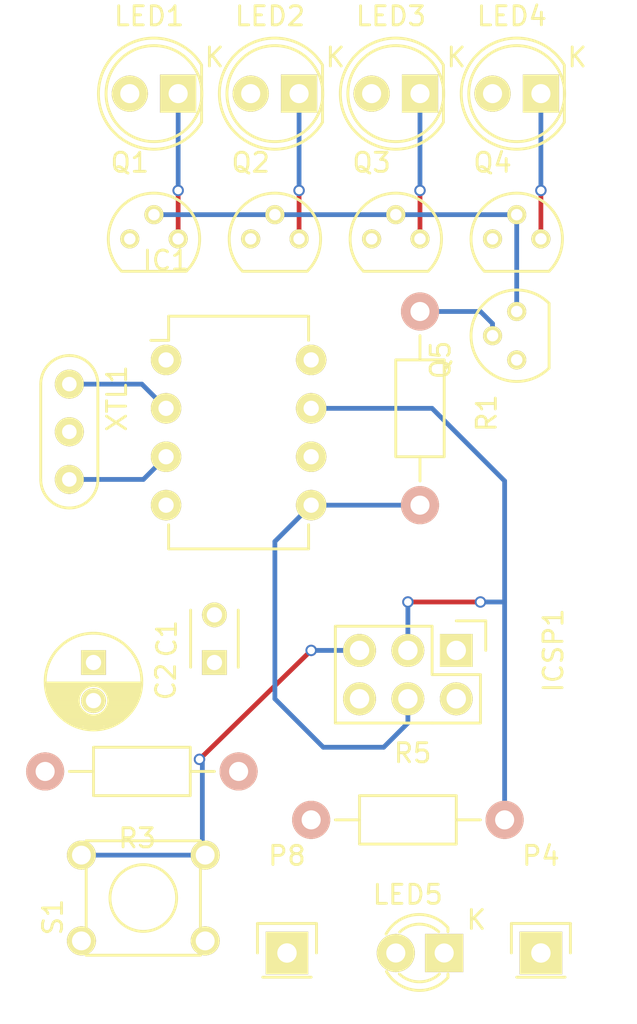
<source format=kicad_pcb>
(kicad_pcb (version 4) (host pcbnew 4.0.2-stable)

  (general
    (links 43)
    (no_connects 28)
    (area 0 0 0 0)
    (thickness 1.6)
    (drawings 0)
    (tracks 44)
    (zones 0)
    (modules 21)
    (nets 16)
  )

  (page A4)
  (layers
    (0 F.Cu signal)
    (31 B.Cu signal)
    (32 B.Adhes user)
    (33 F.Adhes user)
    (34 B.Paste user)
    (35 F.Paste user)
    (36 B.SilkS user)
    (37 F.SilkS user)
    (38 B.Mask user)
    (39 F.Mask user)
    (40 Dwgs.User user)
    (41 Cmts.User user)
    (42 Eco1.User user)
    (43 Eco2.User user)
    (44 Edge.Cuts user)
    (45 Margin user)
    (46 B.CrtYd user)
    (47 F.CrtYd user)
    (48 B.Fab user)
    (49 F.Fab user)
  )

  (setup
    (last_trace_width 0.25)
    (trace_clearance 0.2)
    (zone_clearance 0.508)
    (zone_45_only no)
    (trace_min 0.2)
    (segment_width 0.2)
    (edge_width 0.15)
    (via_size 0.6)
    (via_drill 0.4)
    (via_min_size 0.4)
    (via_min_drill 0.3)
    (uvia_size 0.3)
    (uvia_drill 0.1)
    (uvias_allowed no)
    (uvia_min_size 0.2)
    (uvia_min_drill 0.1)
    (pcb_text_width 0.3)
    (pcb_text_size 1.5 1.5)
    (mod_edge_width 0.15)
    (mod_text_size 1 1)
    (mod_text_width 0.15)
    (pad_size 1.524 1.524)
    (pad_drill 0.762)
    (pad_to_mask_clearance 0.2)
    (aux_axis_origin 0 0)
    (visible_elements 7FFFFFFF)
    (pcbplotparams
      (layerselection 0x00030_80000001)
      (usegerberextensions false)
      (excludeedgelayer true)
      (linewidth 0.100000)
      (plotframeref false)
      (viasonmask false)
      (mode 1)
      (useauxorigin false)
      (hpglpennumber 1)
      (hpglpenspeed 20)
      (hpglpendiameter 15)
      (hpglpenoverlay 2)
      (psnegative false)
      (psa4output false)
      (plotreference true)
      (plotvalue true)
      (plotinvisibletext false)
      (padsonsilk false)
      (subtractmaskfromsilk false)
      (outputformat 1)
      (mirror false)
      (drillshape 1)
      (scaleselection 1)
      (outputdirectory ""))
  )

  (net 0 "")
  (net 1 VCC)
  (net 2 GND)
  (net 3 PB5)
  (net 4 PB3)
  (net 5 PB4)
  (net 6 PB0)
  (net 7 PB1)
  (net 8 PB2)
  (net 9 "Net-(LED1-Pad1)")
  (net 10 "Net-(LED2-Pad1)")
  (net 11 "Net-(LED3-Pad1)")
  (net 12 "Net-(LED4-Pad1)")
  (net 13 "Net-(LED5-Pad1)")
  (net 14 4xQ)
  (net 15 "Net-(Q5-Pad2)")

  (net_class Default "This is the default net class."
    (clearance 0.2)
    (trace_width 0.25)
    (via_dia 0.6)
    (via_drill 0.4)
    (uvia_dia 0.3)
    (uvia_drill 0.1)
    (add_net 4xQ)
    (add_net GND)
    (add_net "Net-(LED1-Pad1)")
    (add_net "Net-(LED2-Pad1)")
    (add_net "Net-(LED3-Pad1)")
    (add_net "Net-(LED4-Pad1)")
    (add_net "Net-(LED5-Pad1)")
    (add_net "Net-(Q5-Pad2)")
    (add_net PB0)
    (add_net PB1)
    (add_net PB2)
    (add_net PB3)
    (add_net PB4)
    (add_net PB5)
    (add_net VCC)
  )

  (module Capacitors_ThroughHole:C_Disc_D3_P2.5 (layer F.Cu) (tedit 0) (tstamp 57584DD7)
    (at 161.29 104.14 90)
    (descr "Capacitor 3mm Disc, Pitch 2.5mm")
    (tags Capacitor)
    (path /5757FD29)
    (fp_text reference C1 (at 1.25 -2.5 90) (layer F.SilkS)
      (effects (font (size 1 1) (thickness 0.15)))
    )
    (fp_text value 399-4151-ND (at 1.25 2.5 90) (layer F.Fab)
      (effects (font (size 1 1) (thickness 0.15)))
    )
    (fp_line (start -0.9 -1.5) (end 3.4 -1.5) (layer F.CrtYd) (width 0.05))
    (fp_line (start 3.4 -1.5) (end 3.4 1.5) (layer F.CrtYd) (width 0.05))
    (fp_line (start 3.4 1.5) (end -0.9 1.5) (layer F.CrtYd) (width 0.05))
    (fp_line (start -0.9 1.5) (end -0.9 -1.5) (layer F.CrtYd) (width 0.05))
    (fp_line (start -0.25 -1.25) (end 2.75 -1.25) (layer F.SilkS) (width 0.15))
    (fp_line (start 2.75 1.25) (end -0.25 1.25) (layer F.SilkS) (width 0.15))
    (pad 1 thru_hole rect (at 0 0 90) (size 1.3 1.3) (drill 0.8) (layers *.Cu *.Mask F.SilkS)
      (net 1 VCC))
    (pad 2 thru_hole circle (at 2.5 0 90) (size 1.3 1.3) (drill 0.8001) (layers *.Cu *.Mask F.SilkS)
      (net 2 GND))
    (model Capacitors_ThroughHole.3dshapes/C_Disc_D3_P2.5.wrl
      (at (xyz 0.0492126 0 0))
      (scale (xyz 1 1 1))
      (rotate (xyz 0 0 0))
    )
  )

  (module Capacitors_ThroughHole:C_Radial_D5_L11_P2 (layer F.Cu) (tedit 0) (tstamp 57584DDD)
    (at 154.94 104.14 270)
    (descr "Radial Electrolytic Capacitor 5mm x Length 11mm, Pitch 2mm")
    (tags "Electrolytic Capacitor")
    (path /5757FCDE)
    (fp_text reference C2 (at 1 -3.8 270) (layer F.SilkS)
      (effects (font (size 1 1) (thickness 0.15)))
    )
    (fp_text value 493-1004-ND (at 1 3.8 270) (layer F.Fab)
      (effects (font (size 1 1) (thickness 0.15)))
    )
    (fp_line (start 1.075 -2.499) (end 1.075 2.499) (layer F.SilkS) (width 0.15))
    (fp_line (start 1.215 -2.491) (end 1.215 -0.154) (layer F.SilkS) (width 0.15))
    (fp_line (start 1.215 0.154) (end 1.215 2.491) (layer F.SilkS) (width 0.15))
    (fp_line (start 1.355 -2.475) (end 1.355 -0.473) (layer F.SilkS) (width 0.15))
    (fp_line (start 1.355 0.473) (end 1.355 2.475) (layer F.SilkS) (width 0.15))
    (fp_line (start 1.495 -2.451) (end 1.495 -0.62) (layer F.SilkS) (width 0.15))
    (fp_line (start 1.495 0.62) (end 1.495 2.451) (layer F.SilkS) (width 0.15))
    (fp_line (start 1.635 -2.418) (end 1.635 -0.712) (layer F.SilkS) (width 0.15))
    (fp_line (start 1.635 0.712) (end 1.635 2.418) (layer F.SilkS) (width 0.15))
    (fp_line (start 1.775 -2.377) (end 1.775 -0.768) (layer F.SilkS) (width 0.15))
    (fp_line (start 1.775 0.768) (end 1.775 2.377) (layer F.SilkS) (width 0.15))
    (fp_line (start 1.915 -2.327) (end 1.915 -0.795) (layer F.SilkS) (width 0.15))
    (fp_line (start 1.915 0.795) (end 1.915 2.327) (layer F.SilkS) (width 0.15))
    (fp_line (start 2.055 -2.266) (end 2.055 -0.798) (layer F.SilkS) (width 0.15))
    (fp_line (start 2.055 0.798) (end 2.055 2.266) (layer F.SilkS) (width 0.15))
    (fp_line (start 2.195 -2.196) (end 2.195 -0.776) (layer F.SilkS) (width 0.15))
    (fp_line (start 2.195 0.776) (end 2.195 2.196) (layer F.SilkS) (width 0.15))
    (fp_line (start 2.335 -2.114) (end 2.335 -0.726) (layer F.SilkS) (width 0.15))
    (fp_line (start 2.335 0.726) (end 2.335 2.114) (layer F.SilkS) (width 0.15))
    (fp_line (start 2.475 -2.019) (end 2.475 -0.644) (layer F.SilkS) (width 0.15))
    (fp_line (start 2.475 0.644) (end 2.475 2.019) (layer F.SilkS) (width 0.15))
    (fp_line (start 2.615 -1.908) (end 2.615 -0.512) (layer F.SilkS) (width 0.15))
    (fp_line (start 2.615 0.512) (end 2.615 1.908) (layer F.SilkS) (width 0.15))
    (fp_line (start 2.755 -1.78) (end 2.755 -0.265) (layer F.SilkS) (width 0.15))
    (fp_line (start 2.755 0.265) (end 2.755 1.78) (layer F.SilkS) (width 0.15))
    (fp_line (start 2.895 -1.631) (end 2.895 1.631) (layer F.SilkS) (width 0.15))
    (fp_line (start 3.035 -1.452) (end 3.035 1.452) (layer F.SilkS) (width 0.15))
    (fp_line (start 3.175 -1.233) (end 3.175 1.233) (layer F.SilkS) (width 0.15))
    (fp_line (start 3.315 -0.944) (end 3.315 0.944) (layer F.SilkS) (width 0.15))
    (fp_line (start 3.455 -0.472) (end 3.455 0.472) (layer F.SilkS) (width 0.15))
    (fp_circle (center 2 0) (end 2 -0.8) (layer F.SilkS) (width 0.15))
    (fp_circle (center 1 0) (end 1 -2.5375) (layer F.SilkS) (width 0.15))
    (fp_circle (center 1 0) (end 1 -2.8) (layer F.CrtYd) (width 0.05))
    (pad 1 thru_hole rect (at 0 0 270) (size 1.3 1.3) (drill 0.8) (layers *.Cu *.Mask F.SilkS)
      (net 1 VCC))
    (pad 2 thru_hole circle (at 2 0 270) (size 1.3 1.3) (drill 0.8) (layers *.Cu *.Mask F.SilkS)
      (net 2 GND))
    (model Capacitors_ThroughHole.3dshapes/C_Radial_D5_L11_P2.wrl
      (at (xyz 0 0 0))
      (scale (xyz 1 1 1))
      (rotate (xyz 0 0 0))
    )
  )

  (module Housings_DIP:DIP-8_W7.62mm (layer F.Cu) (tedit 54130A77) (tstamp 57584DE9)
    (at 158.75 88.265)
    (descr "8-lead dip package, row spacing 7.62 mm (300 mils)")
    (tags "dil dip 2.54 300")
    (path /5757DE52)
    (fp_text reference IC1 (at 0 -5.22) (layer F.SilkS)
      (effects (font (size 1 1) (thickness 0.15)))
    )
    (fp_text value ATTINY85V-10PU-ND (at 0 -3.72) (layer F.Fab)
      (effects (font (size 1 1) (thickness 0.15)))
    )
    (fp_line (start -1.05 -2.45) (end -1.05 10.1) (layer F.CrtYd) (width 0.05))
    (fp_line (start 8.65 -2.45) (end 8.65 10.1) (layer F.CrtYd) (width 0.05))
    (fp_line (start -1.05 -2.45) (end 8.65 -2.45) (layer F.CrtYd) (width 0.05))
    (fp_line (start -1.05 10.1) (end 8.65 10.1) (layer F.CrtYd) (width 0.05))
    (fp_line (start 0.135 -2.295) (end 0.135 -1.025) (layer F.SilkS) (width 0.15))
    (fp_line (start 7.485 -2.295) (end 7.485 -1.025) (layer F.SilkS) (width 0.15))
    (fp_line (start 7.485 9.915) (end 7.485 8.645) (layer F.SilkS) (width 0.15))
    (fp_line (start 0.135 9.915) (end 0.135 8.645) (layer F.SilkS) (width 0.15))
    (fp_line (start 0.135 -2.295) (end 7.485 -2.295) (layer F.SilkS) (width 0.15))
    (fp_line (start 0.135 9.915) (end 7.485 9.915) (layer F.SilkS) (width 0.15))
    (fp_line (start 0.135 -1.025) (end -0.8 -1.025) (layer F.SilkS) (width 0.15))
    (pad 1 thru_hole oval (at 0 0) (size 1.6 1.6) (drill 0.8) (layers *.Cu *.Mask F.SilkS)
      (net 3 PB5))
    (pad 2 thru_hole oval (at 0 2.54) (size 1.6 1.6) (drill 0.8) (layers *.Cu *.Mask F.SilkS)
      (net 4 PB3))
    (pad 3 thru_hole oval (at 0 5.08) (size 1.6 1.6) (drill 0.8) (layers *.Cu *.Mask F.SilkS)
      (net 5 PB4))
    (pad 4 thru_hole oval (at 0 7.62) (size 1.6 1.6) (drill 0.8) (layers *.Cu *.Mask F.SilkS)
      (net 2 GND))
    (pad 5 thru_hole oval (at 7.62 7.62) (size 1.6 1.6) (drill 0.8) (layers *.Cu *.Mask F.SilkS)
      (net 6 PB0))
    (pad 6 thru_hole oval (at 7.62 5.08) (size 1.6 1.6) (drill 0.8) (layers *.Cu *.Mask F.SilkS)
      (net 7 PB1))
    (pad 7 thru_hole oval (at 7.62 2.54) (size 1.6 1.6) (drill 0.8) (layers *.Cu *.Mask F.SilkS)
      (net 8 PB2))
    (pad 8 thru_hole oval (at 7.62 0) (size 1.6 1.6) (drill 0.8) (layers *.Cu *.Mask F.SilkS)
      (net 1 VCC))
    (model Housings_DIP.3dshapes/DIP-8_W7.62mm.wrl
      (at (xyz 0 0 0))
      (scale (xyz 1 1 1))
      (rotate (xyz 0 0 0))
    )
  )

  (module LEDs:LED-5MM (layer F.Cu) (tedit 5570F7EA) (tstamp 57584DEF)
    (at 159.385 74.295 180)
    (descr "LED 5mm round vertical")
    (tags "LED 5mm round vertical")
    (path /57582165)
    (fp_text reference LED1 (at 1.524 4.064 180) (layer F.SilkS)
      (effects (font (size 1 1) (thickness 0.15)))
    )
    (fp_text value "1080-1082-ND " (at 1.524 -3.937 180) (layer F.Fab)
      (effects (font (size 1 1) (thickness 0.15)))
    )
    (fp_line (start -1.5 -1.55) (end -1.5 1.55) (layer F.CrtYd) (width 0.05))
    (fp_arc (start 1.3 0) (end -1.5 1.55) (angle -302) (layer F.CrtYd) (width 0.05))
    (fp_arc (start 1.27 0) (end -1.23 -1.5) (angle 297.5) (layer F.SilkS) (width 0.15))
    (fp_line (start -1.23 1.5) (end -1.23 -1.5) (layer F.SilkS) (width 0.15))
    (fp_circle (center 1.27 0) (end 0.97 -2.5) (layer F.SilkS) (width 0.15))
    (fp_text user K (at -1.905 1.905 180) (layer F.SilkS)
      (effects (font (size 1 1) (thickness 0.15)))
    )
    (pad 1 thru_hole rect (at 0 0 270) (size 2 1.9) (drill 1.00076) (layers *.Cu *.Mask F.SilkS)
      (net 9 "Net-(LED1-Pad1)"))
    (pad 2 thru_hole circle (at 2.54 0 180) (size 1.9 1.9) (drill 1.00076) (layers *.Cu *.Mask F.SilkS)
      (net 1 VCC))
    (model LEDs.3dshapes/LED-5MM.wrl
      (at (xyz 0.05 0 0))
      (scale (xyz 1 1 1))
      (rotate (xyz 0 0 90))
    )
  )

  (module LEDs:LED-5MM (layer F.Cu) (tedit 5570F7EA) (tstamp 57584DF5)
    (at 165.735 74.295 180)
    (descr "LED 5mm round vertical")
    (tags "LED 5mm round vertical")
    (path /575824DC)
    (fp_text reference LED2 (at 1.524 4.064 180) (layer F.SilkS)
      (effects (font (size 1 1) (thickness 0.15)))
    )
    (fp_text value "1080-1080-ND " (at 1.524 -3.937 180) (layer F.Fab)
      (effects (font (size 1 1) (thickness 0.15)))
    )
    (fp_line (start -1.5 -1.55) (end -1.5 1.55) (layer F.CrtYd) (width 0.05))
    (fp_arc (start 1.3 0) (end -1.5 1.55) (angle -302) (layer F.CrtYd) (width 0.05))
    (fp_arc (start 1.27 0) (end -1.23 -1.5) (angle 297.5) (layer F.SilkS) (width 0.15))
    (fp_line (start -1.23 1.5) (end -1.23 -1.5) (layer F.SilkS) (width 0.15))
    (fp_circle (center 1.27 0) (end 0.97 -2.5) (layer F.SilkS) (width 0.15))
    (fp_text user K (at -1.905 1.905 180) (layer F.SilkS)
      (effects (font (size 1 1) (thickness 0.15)))
    )
    (pad 1 thru_hole rect (at 0 0 270) (size 2 1.9) (drill 1.00076) (layers *.Cu *.Mask F.SilkS)
      (net 10 "Net-(LED2-Pad1)"))
    (pad 2 thru_hole circle (at 2.54 0 180) (size 1.9 1.9) (drill 1.00076) (layers *.Cu *.Mask F.SilkS)
      (net 1 VCC))
    (model LEDs.3dshapes/LED-5MM.wrl
      (at (xyz 0.05 0 0))
      (scale (xyz 1 1 1))
      (rotate (xyz 0 0 90))
    )
  )

  (module LEDs:LED-5MM (layer F.Cu) (tedit 5570F7EA) (tstamp 57584DFB)
    (at 172.085 74.295 180)
    (descr "LED 5mm round vertical")
    (tags "LED 5mm round vertical")
    (path /575825CB)
    (fp_text reference LED3 (at 1.524 4.064 180) (layer F.SilkS)
      (effects (font (size 1 1) (thickness 0.15)))
    )
    (fp_text value "1080-1080-ND " (at 1.524 -3.937 180) (layer F.Fab)
      (effects (font (size 1 1) (thickness 0.15)))
    )
    (fp_line (start -1.5 -1.55) (end -1.5 1.55) (layer F.CrtYd) (width 0.05))
    (fp_arc (start 1.3 0) (end -1.5 1.55) (angle -302) (layer F.CrtYd) (width 0.05))
    (fp_arc (start 1.27 0) (end -1.23 -1.5) (angle 297.5) (layer F.SilkS) (width 0.15))
    (fp_line (start -1.23 1.5) (end -1.23 -1.5) (layer F.SilkS) (width 0.15))
    (fp_circle (center 1.27 0) (end 0.97 -2.5) (layer F.SilkS) (width 0.15))
    (fp_text user K (at -1.905 1.905 180) (layer F.SilkS)
      (effects (font (size 1 1) (thickness 0.15)))
    )
    (pad 1 thru_hole rect (at 0 0 270) (size 2 1.9) (drill 1.00076) (layers *.Cu *.Mask F.SilkS)
      (net 11 "Net-(LED3-Pad1)"))
    (pad 2 thru_hole circle (at 2.54 0 180) (size 1.9 1.9) (drill 1.00076) (layers *.Cu *.Mask F.SilkS)
      (net 1 VCC))
    (model LEDs.3dshapes/LED-5MM.wrl
      (at (xyz 0.05 0 0))
      (scale (xyz 1 1 1))
      (rotate (xyz 0 0 90))
    )
  )

  (module LEDs:LED-5MM (layer F.Cu) (tedit 5570F7EA) (tstamp 57584E01)
    (at 178.435 74.295 180)
    (descr "LED 5mm round vertical")
    (tags "LED 5mm round vertical")
    (path /57581A41)
    (fp_text reference LED4 (at 1.524 4.064 180) (layer F.SilkS)
      (effects (font (size 1 1) (thickness 0.15)))
    )
    (fp_text value "1080-1082-ND " (at 1.524 -3.937 180) (layer F.Fab)
      (effects (font (size 1 1) (thickness 0.15)))
    )
    (fp_line (start -1.5 -1.55) (end -1.5 1.55) (layer F.CrtYd) (width 0.05))
    (fp_arc (start 1.3 0) (end -1.5 1.55) (angle -302) (layer F.CrtYd) (width 0.05))
    (fp_arc (start 1.27 0) (end -1.23 -1.5) (angle 297.5) (layer F.SilkS) (width 0.15))
    (fp_line (start -1.23 1.5) (end -1.23 -1.5) (layer F.SilkS) (width 0.15))
    (fp_circle (center 1.27 0) (end 0.97 -2.5) (layer F.SilkS) (width 0.15))
    (fp_text user K (at -1.905 1.905 180) (layer F.SilkS)
      (effects (font (size 1 1) (thickness 0.15)))
    )
    (pad 1 thru_hole rect (at 0 0 270) (size 2 1.9) (drill 1.00076) (layers *.Cu *.Mask F.SilkS)
      (net 12 "Net-(LED4-Pad1)"))
    (pad 2 thru_hole circle (at 2.54 0 180) (size 1.9 1.9) (drill 1.00076) (layers *.Cu *.Mask F.SilkS)
      (net 1 VCC))
    (model LEDs.3dshapes/LED-5MM.wrl
      (at (xyz 0.05 0 0))
      (scale (xyz 1 1 1))
      (rotate (xyz 0 0 90))
    )
  )

  (module LEDs:LED-3MM (layer F.Cu) (tedit 559B82F6) (tstamp 57584E07)
    (at 173.355 119.38 180)
    (descr "LED 3mm round vertical")
    (tags "LED  3mm round vertical")
    (path /57583B30)
    (fp_text reference LED5 (at 1.91 3.06 180) (layer F.SilkS)
      (effects (font (size 1 1) (thickness 0.15)))
    )
    (fp_text value 754-1735-ND (at 1.3 -2.9 180) (layer F.Fab)
      (effects (font (size 1 1) (thickness 0.15)))
    )
    (fp_line (start -1.2 2.3) (end 3.8 2.3) (layer F.CrtYd) (width 0.05))
    (fp_line (start 3.8 2.3) (end 3.8 -2.2) (layer F.CrtYd) (width 0.05))
    (fp_line (start 3.8 -2.2) (end -1.2 -2.2) (layer F.CrtYd) (width 0.05))
    (fp_line (start -1.2 -2.2) (end -1.2 2.3) (layer F.CrtYd) (width 0.05))
    (fp_line (start -0.199 1.314) (end -0.199 1.114) (layer F.SilkS) (width 0.15))
    (fp_line (start -0.199 -1.28) (end -0.199 -1.1) (layer F.SilkS) (width 0.15))
    (fp_arc (start 1.301 0.034) (end -0.199 -1.286) (angle 108.5) (layer F.SilkS) (width 0.15))
    (fp_arc (start 1.301 0.034) (end 0.25 -1.1) (angle 85.7) (layer F.SilkS) (width 0.15))
    (fp_arc (start 1.311 0.034) (end 3.051 0.994) (angle 110) (layer F.SilkS) (width 0.15))
    (fp_arc (start 1.301 0.034) (end 2.335 1.094) (angle 87.5) (layer F.SilkS) (width 0.15))
    (fp_text user K (at -1.69 1.74 180) (layer F.SilkS)
      (effects (font (size 1 1) (thickness 0.15)))
    )
    (pad 1 thru_hole rect (at 0 0 270) (size 2 2) (drill 1.00076) (layers *.Cu *.Mask F.SilkS)
      (net 13 "Net-(LED5-Pad1)"))
    (pad 2 thru_hole circle (at 2.54 0 180) (size 2 2) (drill 1.00076) (layers *.Cu *.Mask F.SilkS)
      (net 1 VCC))
    (model LEDs.3dshapes/LED-3MM.wrl
      (at (xyz 0.05 0 0))
      (scale (xyz 1 1 1))
      (rotate (xyz 0 0 90))
    )
  )

  (module TO_SOT_Packages_THT:TO-92_Molded_Narrow (layer F.Cu) (tedit 54F242E1) (tstamp 57584E0E)
    (at 156.845 81.915)
    (descr "TO-92 leads molded, narrow, drill 0.6mm (see NXP sot054_po.pdf)")
    (tags "to-92 sc-43 sc-43a sot54 PA33 transistor")
    (path /5758215F)
    (fp_text reference Q1 (at 0 -4) (layer F.SilkS)
      (effects (font (size 1 1) (thickness 0.15)))
    )
    (fp_text value PN2222ATFCT-ND (at 0 3) (layer F.Fab)
      (effects (font (size 1 1) (thickness 0.15)))
    )
    (fp_line (start -1.4 1.95) (end -1.4 -2.65) (layer F.CrtYd) (width 0.05))
    (fp_line (start -1.4 1.95) (end 3.9 1.95) (layer F.CrtYd) (width 0.05))
    (fp_line (start -0.43 1.7) (end 2.97 1.7) (layer F.SilkS) (width 0.15))
    (fp_arc (start 1.27 0) (end 1.27 -2.4) (angle -135) (layer F.SilkS) (width 0.15))
    (fp_arc (start 1.27 0) (end 1.27 -2.4) (angle 135) (layer F.SilkS) (width 0.15))
    (fp_line (start -1.4 -2.65) (end 3.9 -2.65) (layer F.CrtYd) (width 0.05))
    (fp_line (start 3.9 1.95) (end 3.9 -2.65) (layer F.CrtYd) (width 0.05))
    (pad 2 thru_hole circle (at 1.27 -1.27 90) (size 1.00076 1.00076) (drill 0.6) (layers *.Cu *.Mask F.SilkS)
      (net 14 4xQ))
    (pad 3 thru_hole circle (at 2.54 0 90) (size 1.00076 1.00076) (drill 0.6) (layers *.Cu *.Mask F.SilkS)
      (net 9 "Net-(LED1-Pad1)"))
    (pad 1 thru_hole circle (at 0 0 90) (size 1.00076 1.00076) (drill 0.6) (layers *.Cu *.Mask F.SilkS)
      (net 2 GND))
    (model TO_SOT_Packages_THT.3dshapes/TO-92_Molded_Narrow.wrl
      (at (xyz 0.05 0 0))
      (scale (xyz 1 1 1))
      (rotate (xyz 0 0 -90))
    )
  )

  (module TO_SOT_Packages_THT:TO-92_Molded_Narrow (layer F.Cu) (tedit 54F242E1) (tstamp 57584E15)
    (at 163.195 81.915)
    (descr "TO-92 leads molded, narrow, drill 0.6mm (see NXP sot054_po.pdf)")
    (tags "to-92 sc-43 sc-43a sot54 PA33 transistor")
    (path /575824D6)
    (fp_text reference Q2 (at 0 -4) (layer F.SilkS)
      (effects (font (size 1 1) (thickness 0.15)))
    )
    (fp_text value PN2222ATFCT-ND (at 0 3) (layer F.Fab)
      (effects (font (size 1 1) (thickness 0.15)))
    )
    (fp_line (start -1.4 1.95) (end -1.4 -2.65) (layer F.CrtYd) (width 0.05))
    (fp_line (start -1.4 1.95) (end 3.9 1.95) (layer F.CrtYd) (width 0.05))
    (fp_line (start -0.43 1.7) (end 2.97 1.7) (layer F.SilkS) (width 0.15))
    (fp_arc (start 1.27 0) (end 1.27 -2.4) (angle -135) (layer F.SilkS) (width 0.15))
    (fp_arc (start 1.27 0) (end 1.27 -2.4) (angle 135) (layer F.SilkS) (width 0.15))
    (fp_line (start -1.4 -2.65) (end 3.9 -2.65) (layer F.CrtYd) (width 0.05))
    (fp_line (start 3.9 1.95) (end 3.9 -2.65) (layer F.CrtYd) (width 0.05))
    (pad 2 thru_hole circle (at 1.27 -1.27 90) (size 1.00076 1.00076) (drill 0.6) (layers *.Cu *.Mask F.SilkS)
      (net 14 4xQ))
    (pad 3 thru_hole circle (at 2.54 0 90) (size 1.00076 1.00076) (drill 0.6) (layers *.Cu *.Mask F.SilkS)
      (net 10 "Net-(LED2-Pad1)"))
    (pad 1 thru_hole circle (at 0 0 90) (size 1.00076 1.00076) (drill 0.6) (layers *.Cu *.Mask F.SilkS)
      (net 2 GND))
    (model TO_SOT_Packages_THT.3dshapes/TO-92_Molded_Narrow.wrl
      (at (xyz 0.05 0 0))
      (scale (xyz 1 1 1))
      (rotate (xyz 0 0 -90))
    )
  )

  (module TO_SOT_Packages_THT:TO-92_Molded_Narrow (layer F.Cu) (tedit 54F242E1) (tstamp 57584E1C)
    (at 169.545 81.915)
    (descr "TO-92 leads molded, narrow, drill 0.6mm (see NXP sot054_po.pdf)")
    (tags "to-92 sc-43 sc-43a sot54 PA33 transistor")
    (path /575825C5)
    (fp_text reference Q3 (at 0 -4) (layer F.SilkS)
      (effects (font (size 1 1) (thickness 0.15)))
    )
    (fp_text value PN2222ATFCT-ND (at 0 3) (layer F.Fab)
      (effects (font (size 1 1) (thickness 0.15)))
    )
    (fp_line (start -1.4 1.95) (end -1.4 -2.65) (layer F.CrtYd) (width 0.05))
    (fp_line (start -1.4 1.95) (end 3.9 1.95) (layer F.CrtYd) (width 0.05))
    (fp_line (start -0.43 1.7) (end 2.97 1.7) (layer F.SilkS) (width 0.15))
    (fp_arc (start 1.27 0) (end 1.27 -2.4) (angle -135) (layer F.SilkS) (width 0.15))
    (fp_arc (start 1.27 0) (end 1.27 -2.4) (angle 135) (layer F.SilkS) (width 0.15))
    (fp_line (start -1.4 -2.65) (end 3.9 -2.65) (layer F.CrtYd) (width 0.05))
    (fp_line (start 3.9 1.95) (end 3.9 -2.65) (layer F.CrtYd) (width 0.05))
    (pad 2 thru_hole circle (at 1.27 -1.27 90) (size 1.00076 1.00076) (drill 0.6) (layers *.Cu *.Mask F.SilkS)
      (net 14 4xQ))
    (pad 3 thru_hole circle (at 2.54 0 90) (size 1.00076 1.00076) (drill 0.6) (layers *.Cu *.Mask F.SilkS)
      (net 11 "Net-(LED3-Pad1)"))
    (pad 1 thru_hole circle (at 0 0 90) (size 1.00076 1.00076) (drill 0.6) (layers *.Cu *.Mask F.SilkS)
      (net 2 GND))
    (model TO_SOT_Packages_THT.3dshapes/TO-92_Molded_Narrow.wrl
      (at (xyz 0.05 0 0))
      (scale (xyz 1 1 1))
      (rotate (xyz 0 0 -90))
    )
  )

  (module TO_SOT_Packages_THT:TO-92_Molded_Narrow (layer F.Cu) (tedit 54F242E1) (tstamp 57584E23)
    (at 175.895 81.915)
    (descr "TO-92 leads molded, narrow, drill 0.6mm (see NXP sot054_po.pdf)")
    (tags "to-92 sc-43 sc-43a sot54 PA33 transistor")
    (path /575819B0)
    (fp_text reference Q4 (at 0 -4) (layer F.SilkS)
      (effects (font (size 1 1) (thickness 0.15)))
    )
    (fp_text value PN2222ATFCT-ND (at 0 3) (layer F.Fab)
      (effects (font (size 1 1) (thickness 0.15)))
    )
    (fp_line (start -1.4 1.95) (end -1.4 -2.65) (layer F.CrtYd) (width 0.05))
    (fp_line (start -1.4 1.95) (end 3.9 1.95) (layer F.CrtYd) (width 0.05))
    (fp_line (start -0.43 1.7) (end 2.97 1.7) (layer F.SilkS) (width 0.15))
    (fp_arc (start 1.27 0) (end 1.27 -2.4) (angle -135) (layer F.SilkS) (width 0.15))
    (fp_arc (start 1.27 0) (end 1.27 -2.4) (angle 135) (layer F.SilkS) (width 0.15))
    (fp_line (start -1.4 -2.65) (end 3.9 -2.65) (layer F.CrtYd) (width 0.05))
    (fp_line (start 3.9 1.95) (end 3.9 -2.65) (layer F.CrtYd) (width 0.05))
    (pad 2 thru_hole circle (at 1.27 -1.27 90) (size 1.00076 1.00076) (drill 0.6) (layers *.Cu *.Mask F.SilkS)
      (net 14 4xQ))
    (pad 3 thru_hole circle (at 2.54 0 90) (size 1.00076 1.00076) (drill 0.6) (layers *.Cu *.Mask F.SilkS)
      (net 12 "Net-(LED4-Pad1)"))
    (pad 1 thru_hole circle (at 0 0 90) (size 1.00076 1.00076) (drill 0.6) (layers *.Cu *.Mask F.SilkS)
      (net 2 GND))
    (model TO_SOT_Packages_THT.3dshapes/TO-92_Molded_Narrow.wrl
      (at (xyz 0.05 0 0))
      (scale (xyz 1 1 1))
      (rotate (xyz 0 0 -90))
    )
  )

  (module TO_SOT_Packages_THT:TO-92_Molded_Narrow (layer F.Cu) (tedit 54F242E1) (tstamp 57584E2A)
    (at 177.165 88.265 90)
    (descr "TO-92 leads molded, narrow, drill 0.6mm (see NXP sot054_po.pdf)")
    (tags "to-92 sc-43 sc-43a sot54 PA33 transistor")
    (path /57580AE2)
    (fp_text reference Q5 (at 0 -4 90) (layer F.SilkS)
      (effects (font (size 1 1) (thickness 0.15)))
    )
    (fp_text value PN2907-ND (at 0 3 90) (layer F.Fab)
      (effects (font (size 1 1) (thickness 0.15)))
    )
    (fp_line (start -1.4 1.95) (end -1.4 -2.65) (layer F.CrtYd) (width 0.05))
    (fp_line (start -1.4 1.95) (end 3.9 1.95) (layer F.CrtYd) (width 0.05))
    (fp_line (start -0.43 1.7) (end 2.97 1.7) (layer F.SilkS) (width 0.15))
    (fp_arc (start 1.27 0) (end 1.27 -2.4) (angle -135) (layer F.SilkS) (width 0.15))
    (fp_arc (start 1.27 0) (end 1.27 -2.4) (angle 135) (layer F.SilkS) (width 0.15))
    (fp_line (start -1.4 -2.65) (end 3.9 -2.65) (layer F.CrtYd) (width 0.05))
    (fp_line (start 3.9 1.95) (end 3.9 -2.65) (layer F.CrtYd) (width 0.05))
    (pad 2 thru_hole circle (at 1.27 -1.27 180) (size 1.00076 1.00076) (drill 0.6) (layers *.Cu *.Mask F.SilkS)
      (net 15 "Net-(Q5-Pad2)"))
    (pad 3 thru_hole circle (at 2.54 0 180) (size 1.00076 1.00076) (drill 0.6) (layers *.Cu *.Mask F.SilkS)
      (net 14 4xQ))
    (pad 1 thru_hole circle (at 0 0 180) (size 1.00076 1.00076) (drill 0.6) (layers *.Cu *.Mask F.SilkS)
      (net 1 VCC))
    (model TO_SOT_Packages_THT.3dshapes/TO-92_Molded_Narrow.wrl
      (at (xyz 0.05 0 0))
      (scale (xyz 1 1 1))
      (rotate (xyz 0 0 -90))
    )
  )

  (module Resistors_ThroughHole:Resistor_Horizontal_RM10mm (layer F.Cu) (tedit 56648415) (tstamp 57584E30)
    (at 172.085 85.725 270)
    (descr "Resistor, Axial,  RM 10mm, 1/3W")
    (tags "Resistor Axial RM 10mm 1/3W")
    (path /5758072A)
    (fp_text reference R1 (at 5.32892 -3.50012 270) (layer F.SilkS)
      (effects (font (size 1 1) (thickness 0.15)))
    )
    (fp_text value 1K (at 5.08 3.81 270) (layer F.Fab)
      (effects (font (size 1 1) (thickness 0.15)))
    )
    (fp_line (start -1.25 -1.5) (end 11.4 -1.5) (layer F.CrtYd) (width 0.05))
    (fp_line (start -1.25 1.5) (end -1.25 -1.5) (layer F.CrtYd) (width 0.05))
    (fp_line (start 11.4 -1.5) (end 11.4 1.5) (layer F.CrtYd) (width 0.05))
    (fp_line (start -1.25 1.5) (end 11.4 1.5) (layer F.CrtYd) (width 0.05))
    (fp_line (start 2.54 -1.27) (end 7.62 -1.27) (layer F.SilkS) (width 0.15))
    (fp_line (start 7.62 -1.27) (end 7.62 1.27) (layer F.SilkS) (width 0.15))
    (fp_line (start 7.62 1.27) (end 2.54 1.27) (layer F.SilkS) (width 0.15))
    (fp_line (start 2.54 1.27) (end 2.54 -1.27) (layer F.SilkS) (width 0.15))
    (fp_line (start 2.54 0) (end 1.27 0) (layer F.SilkS) (width 0.15))
    (fp_line (start 7.62 0) (end 8.89 0) (layer F.SilkS) (width 0.15))
    (pad 1 thru_hole circle (at 0 0 270) (size 1.99898 1.99898) (drill 1.00076) (layers *.Cu *.SilkS *.Mask)
      (net 15 "Net-(Q5-Pad2)"))
    (pad 2 thru_hole circle (at 10.16 0 270) (size 1.99898 1.99898) (drill 1.00076) (layers *.Cu *.SilkS *.Mask)
      (net 6 PB0))
    (model Resistors_ThroughHole.3dshapes/Resistor_Horizontal_RM10mm.wrl
      (at (xyz 0.2 0 0))
      (scale (xyz 0.4 0.4 0.4))
      (rotate (xyz 0 0 0))
    )
  )

  (module Resistors_ThroughHole:Resistor_Horizontal_RM10mm (layer F.Cu) (tedit 56648415) (tstamp 57584E36)
    (at 162.56 109.855 180)
    (descr "Resistor, Axial,  RM 10mm, 1/3W")
    (tags "Resistor Axial RM 10mm 1/3W")
    (path /5758897B)
    (fp_text reference R3 (at 5.32892 -3.50012 180) (layer F.SilkS)
      (effects (font (size 1 1) (thickness 0.15)))
    )
    (fp_text value 10K (at 5.08 3.81 180) (layer F.Fab)
      (effects (font (size 1 1) (thickness 0.15)))
    )
    (fp_line (start -1.25 -1.5) (end 11.4 -1.5) (layer F.CrtYd) (width 0.05))
    (fp_line (start -1.25 1.5) (end -1.25 -1.5) (layer F.CrtYd) (width 0.05))
    (fp_line (start 11.4 -1.5) (end 11.4 1.5) (layer F.CrtYd) (width 0.05))
    (fp_line (start -1.25 1.5) (end 11.4 1.5) (layer F.CrtYd) (width 0.05))
    (fp_line (start 2.54 -1.27) (end 7.62 -1.27) (layer F.SilkS) (width 0.15))
    (fp_line (start 7.62 -1.27) (end 7.62 1.27) (layer F.SilkS) (width 0.15))
    (fp_line (start 7.62 1.27) (end 2.54 1.27) (layer F.SilkS) (width 0.15))
    (fp_line (start 2.54 1.27) (end 2.54 -1.27) (layer F.SilkS) (width 0.15))
    (fp_line (start 2.54 0) (end 1.27 0) (layer F.SilkS) (width 0.15))
    (fp_line (start 7.62 0) (end 8.89 0) (layer F.SilkS) (width 0.15))
    (pad 1 thru_hole circle (at 0 0 180) (size 1.99898 1.99898) (drill 1.00076) (layers *.Cu *.SilkS *.Mask)
      (net 2 GND))
    (pad 2 thru_hole circle (at 10.16 0 180) (size 1.99898 1.99898) (drill 1.00076) (layers *.Cu *.SilkS *.Mask)
      (net 7 PB1))
    (model Resistors_ThroughHole.3dshapes/Resistor_Horizontal_RM10mm.wrl
      (at (xyz 0.2 0 0))
      (scale (xyz 0.4 0.4 0.4))
      (rotate (xyz 0 0 0))
    )
  )

  (module Resistors_ThroughHole:Resistor_Horizontal_RM10mm (layer F.Cu) (tedit 56648415) (tstamp 57584E3C)
    (at 166.37 112.395)
    (descr "Resistor, Axial,  RM 10mm, 1/3W")
    (tags "Resistor Axial RM 10mm 1/3W")
    (path /57583A9E)
    (fp_text reference R5 (at 5.32892 -3.50012) (layer F.SilkS)
      (effects (font (size 1 1) (thickness 0.15)))
    )
    (fp_text value 1K (at 5.08 3.81) (layer F.Fab)
      (effects (font (size 1 1) (thickness 0.15)))
    )
    (fp_line (start -1.25 -1.5) (end 11.4 -1.5) (layer F.CrtYd) (width 0.05))
    (fp_line (start -1.25 1.5) (end -1.25 -1.5) (layer F.CrtYd) (width 0.05))
    (fp_line (start 11.4 -1.5) (end 11.4 1.5) (layer F.CrtYd) (width 0.05))
    (fp_line (start -1.25 1.5) (end 11.4 1.5) (layer F.CrtYd) (width 0.05))
    (fp_line (start 2.54 -1.27) (end 7.62 -1.27) (layer F.SilkS) (width 0.15))
    (fp_line (start 7.62 -1.27) (end 7.62 1.27) (layer F.SilkS) (width 0.15))
    (fp_line (start 7.62 1.27) (end 2.54 1.27) (layer F.SilkS) (width 0.15))
    (fp_line (start 2.54 1.27) (end 2.54 -1.27) (layer F.SilkS) (width 0.15))
    (fp_line (start 2.54 0) (end 1.27 0) (layer F.SilkS) (width 0.15))
    (fp_line (start 7.62 0) (end 8.89 0) (layer F.SilkS) (width 0.15))
    (pad 1 thru_hole circle (at 0 0) (size 1.99898 1.99898) (drill 1.00076) (layers *.Cu *.SilkS *.Mask)
      (net 13 "Net-(LED5-Pad1)"))
    (pad 2 thru_hole circle (at 10.16 0) (size 1.99898 1.99898) (drill 1.00076) (layers *.Cu *.SilkS *.Mask)
      (net 8 PB2))
    (model Resistors_ThroughHole.3dshapes/Resistor_Horizontal_RM10mm.wrl
      (at (xyz 0.2 0 0))
      (scale (xyz 0.4 0.4 0.4))
      (rotate (xyz 0 0 0))
    )
  )

  (module Pin_Headers:Pin_Header_Straight_2x03 (layer F.Cu) (tedit 54EA0A4B) (tstamp 57585274)
    (at 173.99 103.505 270)
    (descr "Through hole pin header")
    (tags "pin header")
    (path /5757F402)
    (fp_text reference ICSP1 (at 0 -5.1 270) (layer F.SilkS)
      (effects (font (size 1 1) (thickness 0.15)))
    )
    (fp_text value CONN_02X03 (at 0 -3.1 270) (layer F.Fab)
      (effects (font (size 1 1) (thickness 0.15)))
    )
    (fp_line (start -1.27 1.27) (end -1.27 6.35) (layer F.SilkS) (width 0.15))
    (fp_line (start -1.55 -1.55) (end 0 -1.55) (layer F.SilkS) (width 0.15))
    (fp_line (start -1.75 -1.75) (end -1.75 6.85) (layer F.CrtYd) (width 0.05))
    (fp_line (start 4.3 -1.75) (end 4.3 6.85) (layer F.CrtYd) (width 0.05))
    (fp_line (start -1.75 -1.75) (end 4.3 -1.75) (layer F.CrtYd) (width 0.05))
    (fp_line (start -1.75 6.85) (end 4.3 6.85) (layer F.CrtYd) (width 0.05))
    (fp_line (start 1.27 -1.27) (end 1.27 1.27) (layer F.SilkS) (width 0.15))
    (fp_line (start 1.27 1.27) (end -1.27 1.27) (layer F.SilkS) (width 0.15))
    (fp_line (start -1.27 6.35) (end 3.81 6.35) (layer F.SilkS) (width 0.15))
    (fp_line (start 3.81 6.35) (end 3.81 1.27) (layer F.SilkS) (width 0.15))
    (fp_line (start -1.55 -1.55) (end -1.55 0) (layer F.SilkS) (width 0.15))
    (fp_line (start 3.81 -1.27) (end 1.27 -1.27) (layer F.SilkS) (width 0.15))
    (fp_line (start 3.81 1.27) (end 3.81 -1.27) (layer F.SilkS) (width 0.15))
    (pad 1 thru_hole rect (at 0 0 270) (size 1.7272 1.7272) (drill 1.016) (layers *.Cu *.Mask F.SilkS)
      (net 7 PB1))
    (pad 2 thru_hole oval (at 2.54 0 270) (size 1.7272 1.7272) (drill 1.016) (layers *.Cu *.Mask F.SilkS)
      (net 1 VCC))
    (pad 3 thru_hole oval (at 0 2.54 270) (size 1.7272 1.7272) (drill 1.016) (layers *.Cu *.Mask F.SilkS)
      (net 8 PB2))
    (pad 4 thru_hole oval (at 2.54 2.54 270) (size 1.7272 1.7272) (drill 1.016) (layers *.Cu *.Mask F.SilkS)
      (net 6 PB0))
    (pad 5 thru_hole oval (at 0 5.08 270) (size 1.7272 1.7272) (drill 1.016) (layers *.Cu *.Mask F.SilkS)
      (net 3 PB5))
    (pad 6 thru_hole oval (at 2.54 5.08 270) (size 1.7272 1.7272) (drill 1.016) (layers *.Cu *.Mask F.SilkS)
      (net 2 GND))
    (model Pin_Headers.3dshapes/Pin_Header_Straight_2x03.wrl
      (at (xyz 0.05 -0.1 0))
      (scale (xyz 1 1 1))
      (rotate (xyz 0 0 90))
    )
  )

  (module Pin_Headers:Pin_Header_Straight_1x01 (layer F.Cu) (tedit 54EA08DC) (tstamp 57585279)
    (at 178.435 119.38)
    (descr "Through hole pin header")
    (tags "pin header")
    (path /5757F8D2)
    (fp_text reference P4 (at 0 -5.1) (layer F.SilkS)
      (effects (font (size 1 1) (thickness 0.15)))
    )
    (fp_text value - (at 0 -3.1) (layer F.Fab)
      (effects (font (size 1 1) (thickness 0.15)))
    )
    (fp_line (start 1.55 -1.55) (end 1.55 0) (layer F.SilkS) (width 0.15))
    (fp_line (start -1.75 -1.75) (end -1.75 1.75) (layer F.CrtYd) (width 0.05))
    (fp_line (start 1.75 -1.75) (end 1.75 1.75) (layer F.CrtYd) (width 0.05))
    (fp_line (start -1.75 -1.75) (end 1.75 -1.75) (layer F.CrtYd) (width 0.05))
    (fp_line (start -1.75 1.75) (end 1.75 1.75) (layer F.CrtYd) (width 0.05))
    (fp_line (start -1.55 0) (end -1.55 -1.55) (layer F.SilkS) (width 0.15))
    (fp_line (start -1.55 -1.55) (end 1.55 -1.55) (layer F.SilkS) (width 0.15))
    (fp_line (start -1.27 1.27) (end 1.27 1.27) (layer F.SilkS) (width 0.15))
    (pad 1 thru_hole rect (at 0 0) (size 2.2352 2.2352) (drill 1.016) (layers *.Cu *.Mask F.SilkS)
      (net 2 GND))
    (model Pin_Headers.3dshapes/Pin_Header_Straight_1x01.wrl
      (at (xyz 0 0 0))
      (scale (xyz 1 1 1))
      (rotate (xyz 0 0 90))
    )
  )

  (module Pin_Headers:Pin_Header_Straight_1x01 (layer F.Cu) (tedit 54EA08DC) (tstamp 5758527E)
    (at 165.1 119.38)
    (descr "Through hole pin header")
    (tags "pin header")
    (path /5757F872)
    (fp_text reference P8 (at 0 -5.1) (layer F.SilkS)
      (effects (font (size 1 1) (thickness 0.15)))
    )
    (fp_text value + (at 0 -3.1) (layer F.Fab)
      (effects (font (size 1 1) (thickness 0.15)))
    )
    (fp_line (start 1.55 -1.55) (end 1.55 0) (layer F.SilkS) (width 0.15))
    (fp_line (start -1.75 -1.75) (end -1.75 1.75) (layer F.CrtYd) (width 0.05))
    (fp_line (start 1.75 -1.75) (end 1.75 1.75) (layer F.CrtYd) (width 0.05))
    (fp_line (start -1.75 -1.75) (end 1.75 -1.75) (layer F.CrtYd) (width 0.05))
    (fp_line (start -1.75 1.75) (end 1.75 1.75) (layer F.CrtYd) (width 0.05))
    (fp_line (start -1.55 0) (end -1.55 -1.55) (layer F.SilkS) (width 0.15))
    (fp_line (start -1.55 -1.55) (end 1.55 -1.55) (layer F.SilkS) (width 0.15))
    (fp_line (start -1.27 1.27) (end 1.27 1.27) (layer F.SilkS) (width 0.15))
    (pad 1 thru_hole rect (at 0 0) (size 2.2352 2.2352) (drill 1.016) (layers *.Cu *.Mask F.SilkS)
      (net 1 VCC))
    (model Pin_Headers.3dshapes/Pin_Header_Straight_1x01.wrl
      (at (xyz 0 0 0))
      (scale (xyz 1 1 1))
      (rotate (xyz 0 0 90))
    )
  )

  (module tvbgone_footprints:TE-Connectivity-Alcoswitch-Switches_1825910-6 (layer F.Cu) (tedit 57585A40) (tstamp 57585E22)
    (at 154.305 118.745 90)
    (path /5758C564)
    (fp_text reference S1 (at 1.25 -1.5 90) (layer F.SilkS)
      (effects (font (size 1 1) (thickness 0.15)))
    )
    (fp_text value 450-1650-ND (at 2.25 8.5 90) (layer F.Fab)
      (effects (font (size 1 1) (thickness 0.15)))
    )
    (fp_line (start -0.75 0.25) (end -0.75 6.25) (layer F.SilkS) (width 0.15))
    (fp_line (start -0.75 6.25) (end 5.25 6.25) (layer F.SilkS) (width 0.15))
    (fp_line (start 5.25 6.25) (end 5.25 0.25) (layer F.SilkS) (width 0.15))
    (fp_line (start 5.25 0.25) (end -0.75 0.25) (layer F.SilkS) (width 0.15))
    (fp_circle (center 2.25 3.25) (end 4 3.25) (layer F.SilkS) (width 0.15))
    (pad 4 thru_hole circle (at 0 6.5 180) (size 1.524 1.524) (drill 0.99) (layers *.Cu *.Mask F.SilkS)
      (net 2 GND))
    (pad 2 thru_hole circle (at 4.5 6.5 180) (size 1.524 1.524) (drill 0.99) (layers *.Cu *.Mask F.SilkS)
      (net 3 PB5))
    (pad 3 thru_hole circle (at 0 0 180) (size 1.524 1.524) (drill 0.99) (layers *.Cu *.Mask F.SilkS)
      (net 2 GND))
    (pad 1 thru_hole circle (at 4.5 0 180) (size 1.524 1.524) (drill 0.99) (layers *.Cu *.Mask F.SilkS)
      (net 3 PB5))
  )

  (module tvbgone_footprints:Murata-Electronics-North-America_CSTLS8M00G53-B0 (layer F.Cu) (tedit 57585BD3) (tstamp 57585E29)
    (at 153.67 89.535 270)
    (path /5757F25F)
    (fp_text reference XTL1 (at 0.75 -2.5 270) (layer F.SilkS)
      (effects (font (size 1 1) (thickness 0.15)))
    )
    (fp_text value 490-1212-ND (at 2.25 2.75 270) (layer F.Fab)
      (effects (font (size 1 1) (thickness 0.15)))
    )
    (fp_line (start 0 1.5) (end 5 1.5) (layer F.SilkS) (width 0.15))
    (fp_line (start 5 -1.5) (end 0 -1.5) (layer F.SilkS) (width 0.15))
    (fp_arc (start 5 0) (end 6.5 0) (angle 90) (layer F.SilkS) (width 0.15))
    (fp_arc (start 5 0) (end 5 -1.5) (angle 90) (layer F.SilkS) (width 0.15))
    (fp_arc (start 0 0) (end 0 1.5) (angle 90) (layer F.SilkS) (width 0.15))
    (fp_arc (start 0 0) (end -1.5 0) (angle 90) (layer F.SilkS) (width 0.15))
    (pad 3 thru_hole circle (at 5 0 270) (size 1.524 1.524) (drill 0.762) (layers *.Cu *.Mask F.SilkS)
      (net 5 PB4))
    (pad 2 thru_hole circle (at 2.5 0 270) (size 1.524 1.524) (drill 0.762) (layers *.Cu *.Mask F.SilkS)
      (net 2 GND))
    (pad 1 thru_hole circle (at 0 0 270) (size 1.524 1.524) (drill 0.762) (layers *.Cu *.Mask F.SilkS)
      (net 4 PB3))
  )

  (segment (start 168.91 103.505) (end 166.37 103.505) (width 0.25) (layer B.Cu) (net 3) (status 400000))
  (segment (start 160.655 109.37) (end 160.655 114.245) (width 0.25) (layer B.Cu) (net 3) (tstamp 57585F42))
  (segment (start 160.355 109.22) (end 160.505 109.37) (width 0.25) (layer B.Cu) (net 3) (tstamp 57585F41))
  (via (at 160.505 109.22) (size 0.6) (drill 0.4) (layers F.Cu B.Cu) (net 3))
  (segment (start 166.37 103.505) (end 160.505 109.22) (width 0.25) (layer F.Cu) (net 3) (tstamp 57585F28))
  (via (at 166.37 103.505) (size 0.6) (drill 0.4) (layers F.Cu B.Cu) (net 3))
  (segment (start 154.305 114.245) (end 160.655 114.245) (width 0.25) (layer B.Cu) (net 3) (status 400000))
  (segment (start 153.67 89.535) (end 157.48 89.535) (width 0.25) (layer B.Cu) (net 4))
  (segment (start 157.48 89.535) (end 158.75 90.805) (width 0.25) (layer B.Cu) (net 4) (tstamp 57585E50) (status 20))
  (segment (start 153.67 94.535) (end 157.56 94.535) (width 0.25) (layer B.Cu) (net 5))
  (segment (start 157.56 94.535) (end 158.75 93.345) (width 0.25) (layer B.Cu) (net 5) (tstamp 57585E54) (status 20))
  (segment (start 166.37 95.885) (end 164.465 97.79) (width 0.25) (layer B.Cu) (net 6) (status 400000))
  (segment (start 171.45 107.315) (end 171.45 106.045) (width 0.25) (layer B.Cu) (net 6) (tstamp 57585F76) (status 800000))
  (segment (start 170.18 108.585) (end 171.45 107.315) (width 0.25) (layer B.Cu) (net 6) (tstamp 57585F75))
  (segment (start 167.005 108.585) (end 170.18 108.585) (width 0.25) (layer B.Cu) (net 6) (tstamp 57585F73))
  (segment (start 164.465 106.045) (end 167.005 108.585) (width 0.25) (layer B.Cu) (net 6) (tstamp 57585F70))
  (segment (start 164.465 97.79) (end 164.465 106.045) (width 0.25) (layer B.Cu) (net 6) (tstamp 57585F6B))
  (segment (start 172.085 95.885) (end 166.37 95.885) (width 0.25) (layer B.Cu) (net 6) (status C00000))
  (segment (start 171.45 103.505) (end 171.45 100.965) (width 0.25) (layer B.Cu) (net 8) (status 400000))
  (segment (start 175.26 100.965) (end 176.53 100.965) (width 0.25) (layer B.Cu) (net 8) (tstamp 57585EBE))
  (via (at 175.26 100.965) (size 0.6) (drill 0.4) (layers F.Cu B.Cu) (net 8))
  (segment (start 171.45 100.965) (end 175.26 100.965) (width 0.25) (layer F.Cu) (net 8) (tstamp 57585EAE))
  (via (at 171.45 100.965) (size 0.6) (drill 0.4) (layers F.Cu B.Cu) (net 8))
  (segment (start 176.53 112.395) (end 176.53 100.965) (width 0.25) (layer B.Cu) (net 8) (status 400000))
  (segment (start 176.53 100.965) (end 176.53 94.615) (width 0.25) (layer B.Cu) (net 8) (tstamp 57585EC3))
  (segment (start 172.72 90.805) (end 166.37 90.805) (width 0.25) (layer B.Cu) (net 8) (tstamp 57585E91) (status 800000))
  (segment (start 176.53 94.615) (end 172.72 90.805) (width 0.25) (layer B.Cu) (net 8) (tstamp 57585E8F))
  (segment (start 159.385 81.915) (end 159.385 79.375) (width 0.25) (layer F.Cu) (net 9))
  (segment (start 159.385 79.375) (end 159.385 74.295) (width 0.25) (layer B.Cu) (net 9) (tstamp 5758552F))
  (via (at 159.385 79.375) (size 0.6) (drill 0.4) (layers F.Cu B.Cu) (net 9))
  (segment (start 165.735 81.915) (end 165.735 79.375) (width 0.25) (layer F.Cu) (net 10))
  (segment (start 165.735 79.375) (end 165.735 74.295) (width 0.25) (layer B.Cu) (net 10) (tstamp 57585528))
  (via (at 165.735 79.375) (size 0.6) (drill 0.4) (layers F.Cu B.Cu) (net 10))
  (segment (start 172.085 81.915) (end 172.085 79.375) (width 0.25) (layer F.Cu) (net 11))
  (segment (start 172.085 79.375) (end 172.085 74.295) (width 0.25) (layer B.Cu) (net 11) (tstamp 57585520))
  (via (at 172.085 79.375) (size 0.6) (drill 0.4) (layers F.Cu B.Cu) (net 11))
  (segment (start 178.435 81.915) (end 178.435 79.375) (width 0.25) (layer F.Cu) (net 12))
  (segment (start 178.435 79.375) (end 178.435 74.295) (width 0.25) (layer B.Cu) (net 12) (tstamp 57585511))
  (via (at 178.435 79.375) (size 0.6) (drill 0.4) (layers F.Cu B.Cu) (net 12))
  (segment (start 177.165 80.645) (end 177.165 85.725) (width 0.25) (layer B.Cu) (net 14) (status 20))
  (segment (start 177.165 80.645) (end 158.115 80.645) (width 0.25) (layer B.Cu) (net 14))
  (segment (start 175.895 86.995) (end 175.895 86.36) (width 0.25) (layer B.Cu) (net 15))
  (segment (start 175.26 85.725) (end 172.085 85.725) (width 0.25) (layer B.Cu) (net 15) (tstamp 57585573))
  (segment (start 175.895 86.36) (end 175.26 85.725) (width 0.25) (layer B.Cu) (net 15) (tstamp 5758556F))

)

</source>
